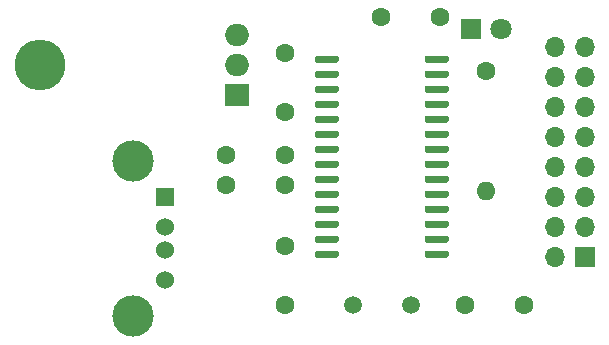
<source format=gbr>
G04 #@! TF.GenerationSoftware,KiCad,Pcbnew,(5.1.8)-1*
G04 #@! TF.CreationDate,2023-02-17T13:18:16-07:00*
G04 #@! TF.ProjectId,CH376S Module,43483337-3653-4204-9d6f-64756c652e6b,rev?*
G04 #@! TF.SameCoordinates,Original*
G04 #@! TF.FileFunction,Soldermask,Top*
G04 #@! TF.FilePolarity,Negative*
%FSLAX46Y46*%
G04 Gerber Fmt 4.6, Leading zero omitted, Abs format (unit mm)*
G04 Created by KiCad (PCBNEW (5.1.8)-1) date 2023-02-17 13:18:16*
%MOMM*%
%LPD*%
G01*
G04 APERTURE LIST*
%ADD10O,2.000000X1.905000*%
%ADD11R,2.000000X1.905000*%
%ADD12O,4.318000X4.318000*%
%ADD13C,1.600000*%
%ADD14C,1.524000*%
%ADD15R,1.524000X1.524000*%
%ADD16C,3.500000*%
%ADD17C,1.500000*%
%ADD18O,1.600000X1.600000*%
%ADD19O,1.700000X1.700000*%
%ADD20R,1.700000X1.700000*%
%ADD21C,1.800000*%
%ADD22R,1.800000X1.800000*%
G04 APERTURE END LIST*
D10*
G04 #@! TO.C,U2*
X143764000Y-87122000D03*
X143764000Y-89662000D03*
D11*
X143764000Y-92202000D03*
D12*
X127104000Y-89662000D03*
G04 #@! TD*
D13*
G04 #@! TO.C,C5*
X147828000Y-104982000D03*
X147828000Y-109982000D03*
G04 #@! TD*
G04 #@! TO.C,C4*
X168068000Y-109982000D03*
X163068000Y-109982000D03*
G04 #@! TD*
G04 #@! TO.C,C2*
X147828000Y-99822000D03*
X142828000Y-99822000D03*
G04 #@! TD*
G04 #@! TO.C,C1*
X155956000Y-85598000D03*
X160956000Y-85598000D03*
G04 #@! TD*
D14*
G04 #@! TO.C,USB1*
X137668000Y-107838000D03*
X137668000Y-105338000D03*
X137668000Y-103338000D03*
D15*
X137668000Y-100838000D03*
D16*
X134958000Y-97768000D03*
X134958000Y-110908000D03*
G04 #@! TD*
D17*
G04 #@! TO.C,Y2*
X153596000Y-109982000D03*
X158496000Y-109982000D03*
G04 #@! TD*
G04 #@! TO.C,U1*
G36*
G01*
X159659000Y-89304000D02*
X159659000Y-89004000D01*
G75*
G02*
X159809000Y-88854000I150000J0D01*
G01*
X161559000Y-88854000D01*
G75*
G02*
X161709000Y-89004000I0J-150000D01*
G01*
X161709000Y-89304000D01*
G75*
G02*
X161559000Y-89454000I-150000J0D01*
G01*
X159809000Y-89454000D01*
G75*
G02*
X159659000Y-89304000I0J150000D01*
G01*
G37*
G36*
G01*
X159659000Y-90574000D02*
X159659000Y-90274000D01*
G75*
G02*
X159809000Y-90124000I150000J0D01*
G01*
X161559000Y-90124000D01*
G75*
G02*
X161709000Y-90274000I0J-150000D01*
G01*
X161709000Y-90574000D01*
G75*
G02*
X161559000Y-90724000I-150000J0D01*
G01*
X159809000Y-90724000D01*
G75*
G02*
X159659000Y-90574000I0J150000D01*
G01*
G37*
G36*
G01*
X159659000Y-91844000D02*
X159659000Y-91544000D01*
G75*
G02*
X159809000Y-91394000I150000J0D01*
G01*
X161559000Y-91394000D01*
G75*
G02*
X161709000Y-91544000I0J-150000D01*
G01*
X161709000Y-91844000D01*
G75*
G02*
X161559000Y-91994000I-150000J0D01*
G01*
X159809000Y-91994000D01*
G75*
G02*
X159659000Y-91844000I0J150000D01*
G01*
G37*
G36*
G01*
X159659000Y-93114000D02*
X159659000Y-92814000D01*
G75*
G02*
X159809000Y-92664000I150000J0D01*
G01*
X161559000Y-92664000D01*
G75*
G02*
X161709000Y-92814000I0J-150000D01*
G01*
X161709000Y-93114000D01*
G75*
G02*
X161559000Y-93264000I-150000J0D01*
G01*
X159809000Y-93264000D01*
G75*
G02*
X159659000Y-93114000I0J150000D01*
G01*
G37*
G36*
G01*
X159659000Y-94384000D02*
X159659000Y-94084000D01*
G75*
G02*
X159809000Y-93934000I150000J0D01*
G01*
X161559000Y-93934000D01*
G75*
G02*
X161709000Y-94084000I0J-150000D01*
G01*
X161709000Y-94384000D01*
G75*
G02*
X161559000Y-94534000I-150000J0D01*
G01*
X159809000Y-94534000D01*
G75*
G02*
X159659000Y-94384000I0J150000D01*
G01*
G37*
G36*
G01*
X159659000Y-95654000D02*
X159659000Y-95354000D01*
G75*
G02*
X159809000Y-95204000I150000J0D01*
G01*
X161559000Y-95204000D01*
G75*
G02*
X161709000Y-95354000I0J-150000D01*
G01*
X161709000Y-95654000D01*
G75*
G02*
X161559000Y-95804000I-150000J0D01*
G01*
X159809000Y-95804000D01*
G75*
G02*
X159659000Y-95654000I0J150000D01*
G01*
G37*
G36*
G01*
X159659000Y-96924000D02*
X159659000Y-96624000D01*
G75*
G02*
X159809000Y-96474000I150000J0D01*
G01*
X161559000Y-96474000D01*
G75*
G02*
X161709000Y-96624000I0J-150000D01*
G01*
X161709000Y-96924000D01*
G75*
G02*
X161559000Y-97074000I-150000J0D01*
G01*
X159809000Y-97074000D01*
G75*
G02*
X159659000Y-96924000I0J150000D01*
G01*
G37*
G36*
G01*
X159659000Y-98194000D02*
X159659000Y-97894000D01*
G75*
G02*
X159809000Y-97744000I150000J0D01*
G01*
X161559000Y-97744000D01*
G75*
G02*
X161709000Y-97894000I0J-150000D01*
G01*
X161709000Y-98194000D01*
G75*
G02*
X161559000Y-98344000I-150000J0D01*
G01*
X159809000Y-98344000D01*
G75*
G02*
X159659000Y-98194000I0J150000D01*
G01*
G37*
G36*
G01*
X159659000Y-99464000D02*
X159659000Y-99164000D01*
G75*
G02*
X159809000Y-99014000I150000J0D01*
G01*
X161559000Y-99014000D01*
G75*
G02*
X161709000Y-99164000I0J-150000D01*
G01*
X161709000Y-99464000D01*
G75*
G02*
X161559000Y-99614000I-150000J0D01*
G01*
X159809000Y-99614000D01*
G75*
G02*
X159659000Y-99464000I0J150000D01*
G01*
G37*
G36*
G01*
X159659000Y-100734000D02*
X159659000Y-100434000D01*
G75*
G02*
X159809000Y-100284000I150000J0D01*
G01*
X161559000Y-100284000D01*
G75*
G02*
X161709000Y-100434000I0J-150000D01*
G01*
X161709000Y-100734000D01*
G75*
G02*
X161559000Y-100884000I-150000J0D01*
G01*
X159809000Y-100884000D01*
G75*
G02*
X159659000Y-100734000I0J150000D01*
G01*
G37*
G36*
G01*
X159659000Y-102004000D02*
X159659000Y-101704000D01*
G75*
G02*
X159809000Y-101554000I150000J0D01*
G01*
X161559000Y-101554000D01*
G75*
G02*
X161709000Y-101704000I0J-150000D01*
G01*
X161709000Y-102004000D01*
G75*
G02*
X161559000Y-102154000I-150000J0D01*
G01*
X159809000Y-102154000D01*
G75*
G02*
X159659000Y-102004000I0J150000D01*
G01*
G37*
G36*
G01*
X159659000Y-103274000D02*
X159659000Y-102974000D01*
G75*
G02*
X159809000Y-102824000I150000J0D01*
G01*
X161559000Y-102824000D01*
G75*
G02*
X161709000Y-102974000I0J-150000D01*
G01*
X161709000Y-103274000D01*
G75*
G02*
X161559000Y-103424000I-150000J0D01*
G01*
X159809000Y-103424000D01*
G75*
G02*
X159659000Y-103274000I0J150000D01*
G01*
G37*
G36*
G01*
X159659000Y-104544000D02*
X159659000Y-104244000D01*
G75*
G02*
X159809000Y-104094000I150000J0D01*
G01*
X161559000Y-104094000D01*
G75*
G02*
X161709000Y-104244000I0J-150000D01*
G01*
X161709000Y-104544000D01*
G75*
G02*
X161559000Y-104694000I-150000J0D01*
G01*
X159809000Y-104694000D01*
G75*
G02*
X159659000Y-104544000I0J150000D01*
G01*
G37*
G36*
G01*
X159659000Y-105814000D02*
X159659000Y-105514000D01*
G75*
G02*
X159809000Y-105364000I150000J0D01*
G01*
X161559000Y-105364000D01*
G75*
G02*
X161709000Y-105514000I0J-150000D01*
G01*
X161709000Y-105814000D01*
G75*
G02*
X161559000Y-105964000I-150000J0D01*
G01*
X159809000Y-105964000D01*
G75*
G02*
X159659000Y-105814000I0J150000D01*
G01*
G37*
G36*
G01*
X150359000Y-105814000D02*
X150359000Y-105514000D01*
G75*
G02*
X150509000Y-105364000I150000J0D01*
G01*
X152259000Y-105364000D01*
G75*
G02*
X152409000Y-105514000I0J-150000D01*
G01*
X152409000Y-105814000D01*
G75*
G02*
X152259000Y-105964000I-150000J0D01*
G01*
X150509000Y-105964000D01*
G75*
G02*
X150359000Y-105814000I0J150000D01*
G01*
G37*
G36*
G01*
X150359000Y-104544000D02*
X150359000Y-104244000D01*
G75*
G02*
X150509000Y-104094000I150000J0D01*
G01*
X152259000Y-104094000D01*
G75*
G02*
X152409000Y-104244000I0J-150000D01*
G01*
X152409000Y-104544000D01*
G75*
G02*
X152259000Y-104694000I-150000J0D01*
G01*
X150509000Y-104694000D01*
G75*
G02*
X150359000Y-104544000I0J150000D01*
G01*
G37*
G36*
G01*
X150359000Y-103274000D02*
X150359000Y-102974000D01*
G75*
G02*
X150509000Y-102824000I150000J0D01*
G01*
X152259000Y-102824000D01*
G75*
G02*
X152409000Y-102974000I0J-150000D01*
G01*
X152409000Y-103274000D01*
G75*
G02*
X152259000Y-103424000I-150000J0D01*
G01*
X150509000Y-103424000D01*
G75*
G02*
X150359000Y-103274000I0J150000D01*
G01*
G37*
G36*
G01*
X150359000Y-102004000D02*
X150359000Y-101704000D01*
G75*
G02*
X150509000Y-101554000I150000J0D01*
G01*
X152259000Y-101554000D01*
G75*
G02*
X152409000Y-101704000I0J-150000D01*
G01*
X152409000Y-102004000D01*
G75*
G02*
X152259000Y-102154000I-150000J0D01*
G01*
X150509000Y-102154000D01*
G75*
G02*
X150359000Y-102004000I0J150000D01*
G01*
G37*
G36*
G01*
X150359000Y-100734000D02*
X150359000Y-100434000D01*
G75*
G02*
X150509000Y-100284000I150000J0D01*
G01*
X152259000Y-100284000D01*
G75*
G02*
X152409000Y-100434000I0J-150000D01*
G01*
X152409000Y-100734000D01*
G75*
G02*
X152259000Y-100884000I-150000J0D01*
G01*
X150509000Y-100884000D01*
G75*
G02*
X150359000Y-100734000I0J150000D01*
G01*
G37*
G36*
G01*
X150359000Y-99464000D02*
X150359000Y-99164000D01*
G75*
G02*
X150509000Y-99014000I150000J0D01*
G01*
X152259000Y-99014000D01*
G75*
G02*
X152409000Y-99164000I0J-150000D01*
G01*
X152409000Y-99464000D01*
G75*
G02*
X152259000Y-99614000I-150000J0D01*
G01*
X150509000Y-99614000D01*
G75*
G02*
X150359000Y-99464000I0J150000D01*
G01*
G37*
G36*
G01*
X150359000Y-98194000D02*
X150359000Y-97894000D01*
G75*
G02*
X150509000Y-97744000I150000J0D01*
G01*
X152259000Y-97744000D01*
G75*
G02*
X152409000Y-97894000I0J-150000D01*
G01*
X152409000Y-98194000D01*
G75*
G02*
X152259000Y-98344000I-150000J0D01*
G01*
X150509000Y-98344000D01*
G75*
G02*
X150359000Y-98194000I0J150000D01*
G01*
G37*
G36*
G01*
X150359000Y-96924000D02*
X150359000Y-96624000D01*
G75*
G02*
X150509000Y-96474000I150000J0D01*
G01*
X152259000Y-96474000D01*
G75*
G02*
X152409000Y-96624000I0J-150000D01*
G01*
X152409000Y-96924000D01*
G75*
G02*
X152259000Y-97074000I-150000J0D01*
G01*
X150509000Y-97074000D01*
G75*
G02*
X150359000Y-96924000I0J150000D01*
G01*
G37*
G36*
G01*
X150359000Y-95654000D02*
X150359000Y-95354000D01*
G75*
G02*
X150509000Y-95204000I150000J0D01*
G01*
X152259000Y-95204000D01*
G75*
G02*
X152409000Y-95354000I0J-150000D01*
G01*
X152409000Y-95654000D01*
G75*
G02*
X152259000Y-95804000I-150000J0D01*
G01*
X150509000Y-95804000D01*
G75*
G02*
X150359000Y-95654000I0J150000D01*
G01*
G37*
G36*
G01*
X150359000Y-94384000D02*
X150359000Y-94084000D01*
G75*
G02*
X150509000Y-93934000I150000J0D01*
G01*
X152259000Y-93934000D01*
G75*
G02*
X152409000Y-94084000I0J-150000D01*
G01*
X152409000Y-94384000D01*
G75*
G02*
X152259000Y-94534000I-150000J0D01*
G01*
X150509000Y-94534000D01*
G75*
G02*
X150359000Y-94384000I0J150000D01*
G01*
G37*
G36*
G01*
X150359000Y-93114000D02*
X150359000Y-92814000D01*
G75*
G02*
X150509000Y-92664000I150000J0D01*
G01*
X152259000Y-92664000D01*
G75*
G02*
X152409000Y-92814000I0J-150000D01*
G01*
X152409000Y-93114000D01*
G75*
G02*
X152259000Y-93264000I-150000J0D01*
G01*
X150509000Y-93264000D01*
G75*
G02*
X150359000Y-93114000I0J150000D01*
G01*
G37*
G36*
G01*
X150359000Y-91844000D02*
X150359000Y-91544000D01*
G75*
G02*
X150509000Y-91394000I150000J0D01*
G01*
X152259000Y-91394000D01*
G75*
G02*
X152409000Y-91544000I0J-150000D01*
G01*
X152409000Y-91844000D01*
G75*
G02*
X152259000Y-91994000I-150000J0D01*
G01*
X150509000Y-91994000D01*
G75*
G02*
X150359000Y-91844000I0J150000D01*
G01*
G37*
G36*
G01*
X150359000Y-90574000D02*
X150359000Y-90274000D01*
G75*
G02*
X150509000Y-90124000I150000J0D01*
G01*
X152259000Y-90124000D01*
G75*
G02*
X152409000Y-90274000I0J-150000D01*
G01*
X152409000Y-90574000D01*
G75*
G02*
X152259000Y-90724000I-150000J0D01*
G01*
X150509000Y-90724000D01*
G75*
G02*
X150359000Y-90574000I0J150000D01*
G01*
G37*
G36*
G01*
X150359000Y-89304000D02*
X150359000Y-89004000D01*
G75*
G02*
X150509000Y-88854000I150000J0D01*
G01*
X152259000Y-88854000D01*
G75*
G02*
X152409000Y-89004000I0J-150000D01*
G01*
X152409000Y-89304000D01*
G75*
G02*
X152259000Y-89454000I-150000J0D01*
G01*
X150509000Y-89454000D01*
G75*
G02*
X150359000Y-89304000I0J150000D01*
G01*
G37*
G04 #@! TD*
D18*
G04 #@! TO.C,R2*
X164846000Y-100330000D03*
D13*
X164846000Y-90170000D03*
G04 #@! TD*
D19*
G04 #@! TO.C,P1*
X170688000Y-88138000D03*
X173228000Y-88138000D03*
X170688000Y-90678000D03*
X173228000Y-90678000D03*
X170688000Y-93218000D03*
X173228000Y-93218000D03*
X170688000Y-95758000D03*
X173228000Y-95758000D03*
X170688000Y-98298000D03*
X173228000Y-98298000D03*
X170688000Y-100838000D03*
X173228000Y-100838000D03*
X170688000Y-103378000D03*
X173228000Y-103378000D03*
X170688000Y-105918000D03*
D20*
X173228000Y-105918000D03*
G04 #@! TD*
D21*
G04 #@! TO.C,D1*
X166116000Y-86614000D03*
D22*
X163576000Y-86614000D03*
G04 #@! TD*
D13*
G04 #@! TO.C,C7*
X147828000Y-97282000D03*
X142828000Y-97282000D03*
G04 #@! TD*
G04 #@! TO.C,C6*
X147828000Y-93646000D03*
X147828000Y-88646000D03*
G04 #@! TD*
M02*

</source>
